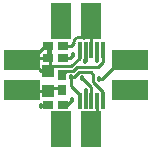
<source format=gtl>
G04 DipTrace 2.4.0.2*
%INDRV2605L.gtl*%
%MOMM*%
%ADD13C,0.254*%
%ADD15R,1.0X1.1*%
%ADD16R,0.7X0.9*%
%ADD17R,0.9X0.7*%
%ADD18R,1.6X1.7*%
%ADD20R,2.032X1.7*%
%ADD22R,1.7X1.6*%
%ADD23R,1.7X2.032*%
%ADD25R,0.3X1.35*%
%ADD28C,0.457*%
%FSLAX53Y53*%
G04*
G71*
G90*
G75*
G01*
%LNTop*%
%LPD*%
X12728Y12618D2*
D13*
X12258D1*
X12167Y12527D1*
X17087Y14749D2*
X17290D1*
X18898Y16358D1*
X20168D2*
X18898D1*
X12778Y13768D2*
Y14039D1*
X13842D1*
Y13818D1*
X13978D1*
X15669Y14898D2*
Y14891D1*
X16428Y14132D1*
Y12918D1*
X12778Y13768D2*
X11328D1*
X11278Y13818D1*
X10008D2*
X11278D1*
X15928Y12918D2*
Y13729D1*
X15936D1*
X13818Y10008D2*
Y11278D1*
X16928Y12918D2*
Y11848D1*
X16358Y11278D1*
Y10008D2*
Y11278D1*
X14028Y12618D2*
X14357D1*
X14748Y13009D1*
X15918Y16265D2*
X15928D1*
Y17218D1*
X20168Y13818D2*
X18898D1*
X16913Y16412D2*
Y17218D1*
X16928D1*
X14028Y16568D2*
X14623D1*
X14889Y16834D1*
X13818Y20168D2*
Y18898D1*
X14028Y17568D2*
X14693D1*
X14923Y17799D1*
G02X15746Y18286I580J-40D01*
G01*
X16358Y18898D1*
X16428Y17218D2*
Y18828D1*
X16358Y18898D1*
Y20168D2*
Y18898D1*
X12728Y16568D2*
Y17568D1*
X12778Y15468D2*
Y15532D1*
X12932D1*
Y17364D1*
X12728Y17568D1*
X15428Y17218D2*
Y16556D1*
X14732Y15860D1*
X13170D1*
X12778Y15468D1*
Y15532D2*
Y15799D1*
X17428Y12918D2*
Y13705D1*
X16596Y14536D1*
Y15152D1*
X16357Y15391D1*
X15398D1*
X14936Y14929D1*
X14717D1*
X15428Y12918D2*
Y13432D1*
X14685Y14175D1*
Y14929D1*
X14717D1*
X12728Y16568D2*
X11488D1*
X11278Y16358D1*
X12778Y15468D2*
X12168D1*
X11278Y16358D1*
X12728Y17568D2*
X12488D1*
X11278Y16358D1*
X10008D2*
X11278D1*
X17428Y17218D2*
Y16227D1*
X16983Y15782D1*
X15226D1*
X14867Y15422D1*
X14282D1*
X13978Y15118D1*
D28*
X12167Y12527D3*
X16913Y16412D3*
X14748Y13009D3*
X15669Y14898D3*
X14717Y14929D3*
X17087Y14749D3*
X15918Y16265D3*
X15936Y13729D3*
X14889Y16834D3*
D15*
X12778Y15468D3*
Y13768D3*
D16*
X13978Y15118D3*
Y13818D3*
D17*
X14028Y12618D3*
X12728D3*
D18*
X18898Y13818D3*
Y16358D3*
D20*
X20168Y13818D3*
Y16358D3*
D22*
X16358Y18898D3*
X13818D3*
D23*
X16358Y20168D3*
X13818D3*
D22*
X16358Y11278D3*
X13818D3*
D23*
X16358Y10008D3*
X13818D3*
D18*
X11278Y13818D3*
Y16358D3*
D20*
X10008Y13818D3*
Y16358D3*
D17*
X14028Y16568D3*
X12728D3*
X14028Y17568D3*
X12728D3*
D25*
X17428Y17218D3*
X16928D3*
X16428D3*
X15928D3*
X15428D3*
Y12918D3*
X15928D3*
X16428D3*
X16928D3*
X17428D3*
M02*

</source>
